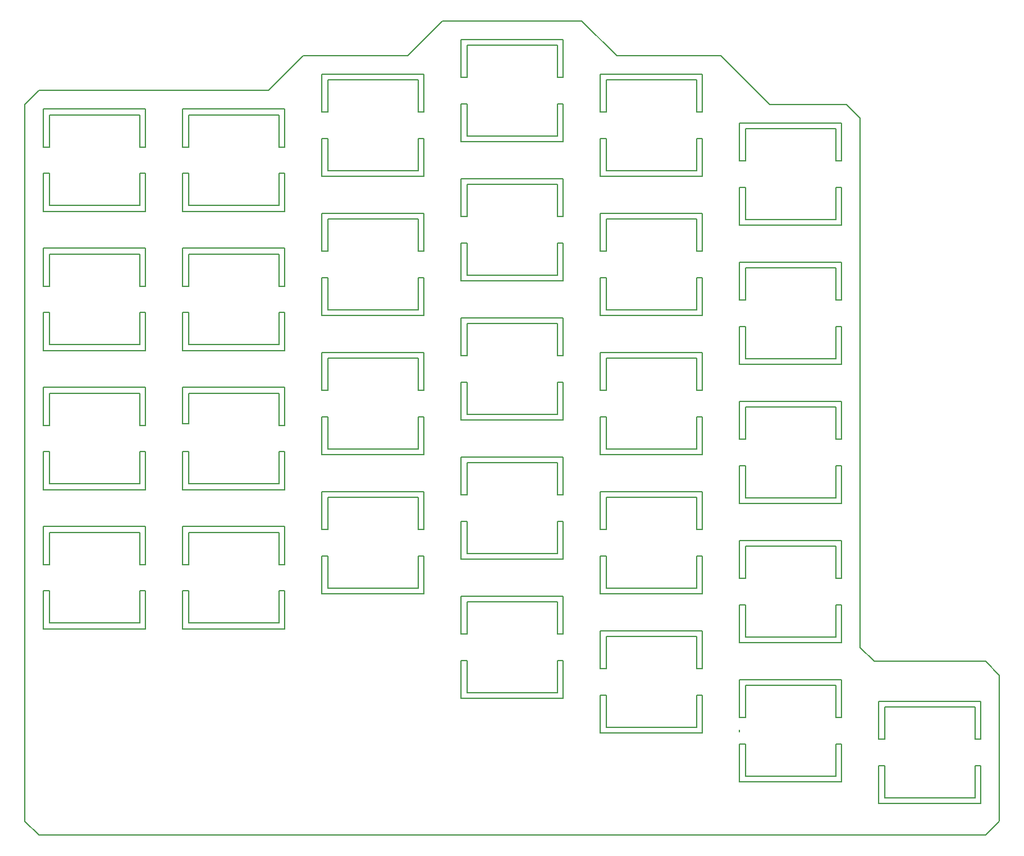
<source format=gm1>
G04 #@! TF.GenerationSoftware,KiCad,Pcbnew,(5.0.1)-3*
G04 #@! TF.CreationDate,2018-11-01T21:26:11+07:00*
G04 #@! TF.ProjectId,atreus_split,6174726575735F73706C69742E6B6963,rev?*
G04 #@! TF.SameCoordinates,Original*
G04 #@! TF.FileFunction,Profile,NP*
%FSLAX46Y46*%
G04 Gerber Fmt 4.6, Leading zero omitted, Abs format (unit mm)*
G04 Created by KiCad (PCBNEW (5.0.1)-3) date 01-Nov-18 21:26:11*
%MOMM*%
%LPD*%
G01*
G04 APERTURE LIST*
%ADD10C,0.150000*%
G04 APERTURE END LIST*
D10*
X161925000Y-108597700D02*
X161925000Y-128562100D01*
X142875000Y-32385000D02*
X142875000Y-104787700D01*
X126350000Y-109205000D02*
X126350000Y-114205000D01*
X139550000Y-114405000D02*
X140350000Y-114405000D01*
X139550000Y-110005000D02*
X139550000Y-114205000D01*
X139550000Y-114205000D02*
X139550000Y-114405000D01*
X140350000Y-114405000D02*
X140350000Y-114205000D01*
X140350000Y-114205000D02*
X140350000Y-109205000D01*
X140350000Y-109205000D02*
X126350000Y-109205000D01*
X127150000Y-110005000D02*
X139550000Y-110005000D01*
X140350000Y-118005000D02*
X139550000Y-118005000D01*
X140350000Y-123205000D02*
X126350000Y-123205000D01*
X140350000Y-118205000D02*
X140350000Y-123205000D01*
X139550000Y-118005000D02*
X139550000Y-122405000D01*
X126350000Y-123205000D02*
X126350000Y-118205000D01*
X140350000Y-118205000D02*
X140350000Y-118005000D01*
X127150000Y-118005000D02*
X126350000Y-118005000D01*
X127150000Y-122405000D02*
X127150000Y-118005000D01*
X126350000Y-118005000D02*
X126350000Y-118205000D01*
X139550000Y-122405000D02*
X127150000Y-122405000D01*
X127150000Y-114405000D02*
X127150000Y-114205000D01*
X126350000Y-114205000D02*
X126350000Y-114405000D01*
X127150000Y-114205000D02*
X127150000Y-110005000D01*
X126350000Y-114405000D02*
X127150000Y-114405000D01*
X50150000Y-78000000D02*
X50150000Y-83200000D01*
X50950000Y-78000000D02*
X50150000Y-78000000D01*
X50150000Y-74200000D02*
X50950000Y-74200000D01*
X145400000Y-120970000D02*
X145400000Y-121170000D01*
X146200000Y-125370000D02*
X146200000Y-120970000D01*
X145400000Y-126170000D02*
X145400000Y-121170000D01*
X159400000Y-126170000D02*
X145400000Y-126170000D01*
X158600000Y-117370000D02*
X159400000Y-117370000D01*
X159400000Y-117370000D02*
X159400000Y-117170000D01*
X158600000Y-125370000D02*
X146200000Y-125370000D01*
X158600000Y-117170000D02*
X158600000Y-117370000D01*
X159400000Y-117170000D02*
X159400000Y-112170000D01*
X146200000Y-117170000D02*
X146200000Y-112970000D01*
X159400000Y-112170000D02*
X145400000Y-112170000D01*
X158600000Y-112970000D02*
X158600000Y-117170000D01*
X145400000Y-112170000D02*
X145400000Y-117170000D01*
X146200000Y-112970000D02*
X158600000Y-112970000D01*
X146200000Y-120970000D02*
X145400000Y-120970000D01*
X145400000Y-117370000D02*
X146200000Y-117370000D01*
X145400000Y-117170000D02*
X145400000Y-117370000D01*
X146200000Y-117370000D02*
X146200000Y-117170000D01*
X159400000Y-120970000D02*
X158600000Y-120970000D01*
X159400000Y-121170000D02*
X159400000Y-126170000D01*
X159400000Y-121170000D02*
X159400000Y-120970000D01*
X158600000Y-120970000D02*
X158600000Y-125370000D01*
X126350000Y-116100000D02*
X126350000Y-116300000D01*
X126350000Y-98955000D02*
X126350000Y-99155000D01*
X127150000Y-103355000D02*
X127150000Y-98955000D01*
X126350000Y-104155000D02*
X126350000Y-99155000D01*
X140350000Y-104155000D02*
X126350000Y-104155000D01*
X139550000Y-95355000D02*
X140350000Y-95355000D01*
X140350000Y-95355000D02*
X140350000Y-95155000D01*
X139550000Y-103355000D02*
X127150000Y-103355000D01*
X139550000Y-95155000D02*
X139550000Y-95355000D01*
X140350000Y-95155000D02*
X140350000Y-90155000D01*
X127150000Y-95155000D02*
X127150000Y-90955000D01*
X140350000Y-90155000D02*
X126350000Y-90155000D01*
X139550000Y-90955000D02*
X139550000Y-95155000D01*
X126350000Y-90155000D02*
X126350000Y-95155000D01*
X127150000Y-90955000D02*
X139550000Y-90955000D01*
X127150000Y-98955000D02*
X126350000Y-98955000D01*
X126350000Y-95355000D02*
X127150000Y-95355000D01*
X126350000Y-95155000D02*
X126350000Y-95355000D01*
X127150000Y-95355000D02*
X127150000Y-95155000D01*
X140350000Y-98955000D02*
X139550000Y-98955000D01*
X140350000Y-99155000D02*
X140350000Y-104155000D01*
X140350000Y-99155000D02*
X140350000Y-98955000D01*
X139550000Y-98955000D02*
X139550000Y-103355000D01*
X107300000Y-111337500D02*
X107300000Y-111537500D01*
X108100000Y-115737500D02*
X108100000Y-111337500D01*
X107300000Y-116537500D02*
X107300000Y-111537500D01*
X121300000Y-116537500D02*
X107300000Y-116537500D01*
X120500000Y-107737500D02*
X121300000Y-107737500D01*
X121300000Y-107737500D02*
X121300000Y-107537500D01*
X120500000Y-115737500D02*
X108100000Y-115737500D01*
X120500000Y-107537500D02*
X120500000Y-107737500D01*
X121300000Y-107537500D02*
X121300000Y-102537500D01*
X108100000Y-107537500D02*
X108100000Y-103337500D01*
X121300000Y-102537500D02*
X107300000Y-102537500D01*
X120500000Y-103337500D02*
X120500000Y-107537500D01*
X107300000Y-102537500D02*
X107300000Y-107537500D01*
X108100000Y-103337500D02*
X120500000Y-103337500D01*
X108100000Y-111337500D02*
X107300000Y-111337500D01*
X107300000Y-107737500D02*
X108100000Y-107737500D01*
X107300000Y-107537500D02*
X107300000Y-107737500D01*
X108100000Y-107737500D02*
X108100000Y-107537500D01*
X121300000Y-111337500D02*
X120500000Y-111337500D01*
X121300000Y-111537500D02*
X121300000Y-116537500D01*
X121300000Y-111537500D02*
X121300000Y-111337500D01*
X120500000Y-111337500D02*
X120500000Y-115737500D01*
X88250000Y-106575000D02*
X88250000Y-106775000D01*
X89050000Y-110975000D02*
X89050000Y-106575000D01*
X88250000Y-111775000D02*
X88250000Y-106775000D01*
X102250000Y-111775000D02*
X88250000Y-111775000D01*
X101450000Y-102975000D02*
X102250000Y-102975000D01*
X102250000Y-102975000D02*
X102250000Y-102775000D01*
X101450000Y-110975000D02*
X89050000Y-110975000D01*
X101450000Y-102775000D02*
X101450000Y-102975000D01*
X102250000Y-102775000D02*
X102250000Y-97775000D01*
X89050000Y-102775000D02*
X89050000Y-98575000D01*
X102250000Y-97775000D02*
X88250000Y-97775000D01*
X101450000Y-98575000D02*
X101450000Y-102775000D01*
X88250000Y-97775000D02*
X88250000Y-102775000D01*
X89050000Y-98575000D02*
X101450000Y-98575000D01*
X89050000Y-106575000D02*
X88250000Y-106575000D01*
X88250000Y-102975000D02*
X89050000Y-102975000D01*
X88250000Y-102775000D02*
X88250000Y-102975000D01*
X89050000Y-102975000D02*
X89050000Y-102775000D01*
X102250000Y-106575000D02*
X101450000Y-106575000D01*
X102250000Y-106775000D02*
X102250000Y-111775000D01*
X102250000Y-106775000D02*
X102250000Y-106575000D01*
X101450000Y-106575000D02*
X101450000Y-110975000D01*
X31100000Y-97050000D02*
X31100000Y-97250000D01*
X31900000Y-101450000D02*
X31900000Y-97050000D01*
X31100000Y-102250000D02*
X31100000Y-97250000D01*
X45100000Y-102250000D02*
X31100000Y-102250000D01*
X44300000Y-93450000D02*
X45100000Y-93450000D01*
X45100000Y-93450000D02*
X45100000Y-93250000D01*
X44300000Y-101450000D02*
X31900000Y-101450000D01*
X44300000Y-93250000D02*
X44300000Y-93450000D01*
X45100000Y-93250000D02*
X45100000Y-88250000D01*
X31900000Y-93250000D02*
X31900000Y-89050000D01*
X45100000Y-88250000D02*
X31100000Y-88250000D01*
X44300000Y-89050000D02*
X44300000Y-93250000D01*
X31100000Y-88250000D02*
X31100000Y-93250000D01*
X31900000Y-89050000D02*
X44300000Y-89050000D01*
X31900000Y-97050000D02*
X31100000Y-97050000D01*
X31100000Y-93450000D02*
X31900000Y-93450000D01*
X31100000Y-93250000D02*
X31100000Y-93450000D01*
X31900000Y-93450000D02*
X31900000Y-93250000D01*
X45100000Y-97050000D02*
X44300000Y-97050000D01*
X45100000Y-97250000D02*
X45100000Y-102250000D01*
X45100000Y-97250000D02*
X45100000Y-97050000D01*
X44300000Y-97050000D02*
X44300000Y-101450000D01*
X50150000Y-97050000D02*
X50150000Y-97250000D01*
X50950000Y-101450000D02*
X50950000Y-97050000D01*
X50150000Y-102250000D02*
X50150000Y-97250000D01*
X64150000Y-102250000D02*
X50150000Y-102250000D01*
X63350000Y-93450000D02*
X64150000Y-93450000D01*
X64150000Y-93450000D02*
X64150000Y-93250000D01*
X63350000Y-101450000D02*
X50950000Y-101450000D01*
X63350000Y-93250000D02*
X63350000Y-93450000D01*
X64150000Y-93250000D02*
X64150000Y-88250000D01*
X50950000Y-93250000D02*
X50950000Y-89050000D01*
X64150000Y-88250000D02*
X50150000Y-88250000D01*
X63350000Y-89050000D02*
X63350000Y-93250000D01*
X50150000Y-88250000D02*
X50150000Y-93250000D01*
X50950000Y-89050000D02*
X63350000Y-89050000D01*
X50950000Y-97050000D02*
X50150000Y-97050000D01*
X50150000Y-93450000D02*
X50950000Y-93450000D01*
X50150000Y-93250000D02*
X50150000Y-93450000D01*
X50950000Y-93450000D02*
X50950000Y-93250000D01*
X64150000Y-97050000D02*
X63350000Y-97050000D01*
X64150000Y-97250000D02*
X64150000Y-102250000D01*
X64150000Y-97250000D02*
X64150000Y-97050000D01*
X63350000Y-97050000D02*
X63350000Y-101450000D01*
X69200000Y-92287500D02*
X69200000Y-92487500D01*
X70000000Y-96687500D02*
X70000000Y-92287500D01*
X69200000Y-97487500D02*
X69200000Y-92487500D01*
X83200000Y-97487500D02*
X69200000Y-97487500D01*
X82400000Y-88687500D02*
X83200000Y-88687500D01*
X83200000Y-88687500D02*
X83200000Y-88487500D01*
X82400000Y-96687500D02*
X70000000Y-96687500D01*
X82400000Y-88487500D02*
X82400000Y-88687500D01*
X83200000Y-88487500D02*
X83200000Y-83487500D01*
X70000000Y-88487500D02*
X70000000Y-84287500D01*
X83200000Y-83487500D02*
X69200000Y-83487500D01*
X82400000Y-84287500D02*
X82400000Y-88487500D01*
X69200000Y-83487500D02*
X69200000Y-88487500D01*
X70000000Y-84287500D02*
X82400000Y-84287500D01*
X70000000Y-92287500D02*
X69200000Y-92287500D01*
X69200000Y-88687500D02*
X70000000Y-88687500D01*
X69200000Y-88487500D02*
X69200000Y-88687500D01*
X70000000Y-88687500D02*
X70000000Y-88487500D01*
X83200000Y-92287500D02*
X82400000Y-92287500D01*
X83200000Y-92487500D02*
X83200000Y-97487500D01*
X83200000Y-92487500D02*
X83200000Y-92287500D01*
X82400000Y-92287500D02*
X82400000Y-96687500D01*
X88250000Y-87525000D02*
X88250000Y-87725000D01*
X89050000Y-91925000D02*
X89050000Y-87525000D01*
X88250000Y-92725000D02*
X88250000Y-87725000D01*
X102250000Y-92725000D02*
X88250000Y-92725000D01*
X101450000Y-83925000D02*
X102250000Y-83925000D01*
X102250000Y-83925000D02*
X102250000Y-83725000D01*
X101450000Y-91925000D02*
X89050000Y-91925000D01*
X101450000Y-83725000D02*
X101450000Y-83925000D01*
X102250000Y-83725000D02*
X102250000Y-78725000D01*
X89050000Y-83725000D02*
X89050000Y-79525000D01*
X102250000Y-78725000D02*
X88250000Y-78725000D01*
X101450000Y-79525000D02*
X101450000Y-83725000D01*
X88250000Y-78725000D02*
X88250000Y-83725000D01*
X89050000Y-79525000D02*
X101450000Y-79525000D01*
X89050000Y-87525000D02*
X88250000Y-87525000D01*
X88250000Y-83925000D02*
X89050000Y-83925000D01*
X88250000Y-83725000D02*
X88250000Y-83925000D01*
X89050000Y-83925000D02*
X89050000Y-83725000D01*
X102250000Y-87525000D02*
X101450000Y-87525000D01*
X102250000Y-87725000D02*
X102250000Y-92725000D01*
X102250000Y-87725000D02*
X102250000Y-87525000D01*
X101450000Y-87525000D02*
X101450000Y-91925000D01*
X107300000Y-92287500D02*
X107300000Y-92487500D01*
X108100000Y-96687500D02*
X108100000Y-92287500D01*
X107300000Y-97487500D02*
X107300000Y-92487500D01*
X121300000Y-97487500D02*
X107300000Y-97487500D01*
X120500000Y-88687500D02*
X121300000Y-88687500D01*
X121300000Y-88687500D02*
X121300000Y-88487500D01*
X120500000Y-96687500D02*
X108100000Y-96687500D01*
X120500000Y-88487500D02*
X120500000Y-88687500D01*
X121300000Y-88487500D02*
X121300000Y-83487500D01*
X108100000Y-88487500D02*
X108100000Y-84287500D01*
X121300000Y-83487500D02*
X107300000Y-83487500D01*
X120500000Y-84287500D02*
X120500000Y-88487500D01*
X107300000Y-83487500D02*
X107300000Y-88487500D01*
X108100000Y-84287500D02*
X120500000Y-84287500D01*
X108100000Y-92287500D02*
X107300000Y-92287500D01*
X107300000Y-88687500D02*
X108100000Y-88687500D01*
X107300000Y-88487500D02*
X107300000Y-88687500D01*
X108100000Y-88687500D02*
X108100000Y-88487500D01*
X121300000Y-92287500D02*
X120500000Y-92287500D01*
X121300000Y-92487500D02*
X121300000Y-97487500D01*
X121300000Y-92487500D02*
X121300000Y-92287500D01*
X120500000Y-92287500D02*
X120500000Y-96687500D01*
X126350000Y-79905000D02*
X126350000Y-80105000D01*
X127150000Y-84305000D02*
X127150000Y-79905000D01*
X126350000Y-85105000D02*
X126350000Y-80105000D01*
X140350000Y-85105000D02*
X126350000Y-85105000D01*
X139550000Y-76305000D02*
X140350000Y-76305000D01*
X140350000Y-76305000D02*
X140350000Y-76105000D01*
X139550000Y-84305000D02*
X127150000Y-84305000D01*
X139550000Y-76105000D02*
X139550000Y-76305000D01*
X140350000Y-76105000D02*
X140350000Y-71105000D01*
X127150000Y-76105000D02*
X127150000Y-71905000D01*
X140350000Y-71105000D02*
X126350000Y-71105000D01*
X139550000Y-71905000D02*
X139550000Y-76105000D01*
X126350000Y-71105000D02*
X126350000Y-76105000D01*
X127150000Y-71905000D02*
X139550000Y-71905000D01*
X127150000Y-79905000D02*
X126350000Y-79905000D01*
X126350000Y-76305000D02*
X127150000Y-76305000D01*
X126350000Y-76105000D02*
X126350000Y-76305000D01*
X127150000Y-76305000D02*
X127150000Y-76105000D01*
X140350000Y-79905000D02*
X139550000Y-79905000D01*
X140350000Y-80105000D02*
X140350000Y-85105000D01*
X140350000Y-80105000D02*
X140350000Y-79905000D01*
X139550000Y-79905000D02*
X139550000Y-84305000D01*
X126350000Y-60855000D02*
X126350000Y-61055000D01*
X127150000Y-65255000D02*
X127150000Y-60855000D01*
X126350000Y-66055000D02*
X126350000Y-61055000D01*
X140350000Y-66055000D02*
X126350000Y-66055000D01*
X139550000Y-57255000D02*
X140350000Y-57255000D01*
X140350000Y-57255000D02*
X140350000Y-57055000D01*
X139550000Y-65255000D02*
X127150000Y-65255000D01*
X139550000Y-57055000D02*
X139550000Y-57255000D01*
X140350000Y-57055000D02*
X140350000Y-52055000D01*
X127150000Y-57055000D02*
X127150000Y-52855000D01*
X140350000Y-52055000D02*
X126350000Y-52055000D01*
X139550000Y-52855000D02*
X139550000Y-57055000D01*
X126350000Y-52055000D02*
X126350000Y-57055000D01*
X127150000Y-52855000D02*
X139550000Y-52855000D01*
X127150000Y-60855000D02*
X126350000Y-60855000D01*
X126350000Y-57255000D02*
X127150000Y-57255000D01*
X126350000Y-57055000D02*
X126350000Y-57255000D01*
X127150000Y-57255000D02*
X127150000Y-57055000D01*
X140350000Y-60855000D02*
X139550000Y-60855000D01*
X140350000Y-61055000D02*
X140350000Y-66055000D01*
X140350000Y-61055000D02*
X140350000Y-60855000D01*
X139550000Y-60855000D02*
X139550000Y-65255000D01*
X107300000Y-73237500D02*
X107300000Y-73437500D01*
X108100000Y-77637500D02*
X108100000Y-73237500D01*
X107300000Y-78437500D02*
X107300000Y-73437500D01*
X121300000Y-78437500D02*
X107300000Y-78437500D01*
X120500000Y-69637500D02*
X121300000Y-69637500D01*
X121300000Y-69637500D02*
X121300000Y-69437500D01*
X120500000Y-77637500D02*
X108100000Y-77637500D01*
X120500000Y-69437500D02*
X120500000Y-69637500D01*
X121300000Y-69437500D02*
X121300000Y-64437500D01*
X108100000Y-69437500D02*
X108100000Y-65237500D01*
X121300000Y-64437500D02*
X107300000Y-64437500D01*
X120500000Y-65237500D02*
X120500000Y-69437500D01*
X107300000Y-64437500D02*
X107300000Y-69437500D01*
X108100000Y-65237500D02*
X120500000Y-65237500D01*
X108100000Y-73237500D02*
X107300000Y-73237500D01*
X107300000Y-69637500D02*
X108100000Y-69637500D01*
X107300000Y-69437500D02*
X107300000Y-69637500D01*
X108100000Y-69637500D02*
X108100000Y-69437500D01*
X121300000Y-73237500D02*
X120500000Y-73237500D01*
X121300000Y-73437500D02*
X121300000Y-78437500D01*
X121300000Y-73437500D02*
X121300000Y-73237500D01*
X120500000Y-73237500D02*
X120500000Y-77637500D01*
X88250000Y-68475000D02*
X88250000Y-68675000D01*
X89050000Y-72875000D02*
X89050000Y-68475000D01*
X88250000Y-73675000D02*
X88250000Y-68675000D01*
X102250000Y-73675000D02*
X88250000Y-73675000D01*
X101450000Y-64875000D02*
X102250000Y-64875000D01*
X102250000Y-64875000D02*
X102250000Y-64675000D01*
X101450000Y-72875000D02*
X89050000Y-72875000D01*
X101450000Y-64675000D02*
X101450000Y-64875000D01*
X102250000Y-64675000D02*
X102250000Y-59675000D01*
X89050000Y-64675000D02*
X89050000Y-60475000D01*
X102250000Y-59675000D02*
X88250000Y-59675000D01*
X101450000Y-60475000D02*
X101450000Y-64675000D01*
X88250000Y-59675000D02*
X88250000Y-64675000D01*
X89050000Y-60475000D02*
X101450000Y-60475000D01*
X89050000Y-68475000D02*
X88250000Y-68475000D01*
X88250000Y-64875000D02*
X89050000Y-64875000D01*
X88250000Y-64675000D02*
X88250000Y-64875000D01*
X89050000Y-64875000D02*
X89050000Y-64675000D01*
X102250000Y-68475000D02*
X101450000Y-68475000D01*
X102250000Y-68675000D02*
X102250000Y-73675000D01*
X102250000Y-68675000D02*
X102250000Y-68475000D01*
X101450000Y-68475000D02*
X101450000Y-72875000D01*
X69200000Y-73237500D02*
X69200000Y-73437500D01*
X70000000Y-77637500D02*
X70000000Y-73237500D01*
X69200000Y-78437500D02*
X69200000Y-73437500D01*
X83200000Y-78437500D02*
X69200000Y-78437500D01*
X82400000Y-69637500D02*
X83200000Y-69637500D01*
X83200000Y-69637500D02*
X83200000Y-69437500D01*
X82400000Y-77637500D02*
X70000000Y-77637500D01*
X82400000Y-69437500D02*
X82400000Y-69637500D01*
X83200000Y-69437500D02*
X83200000Y-64437500D01*
X70000000Y-69437500D02*
X70000000Y-65237500D01*
X83200000Y-64437500D02*
X69200000Y-64437500D01*
X82400000Y-65237500D02*
X82400000Y-69437500D01*
X69200000Y-64437500D02*
X69200000Y-69437500D01*
X70000000Y-65237500D02*
X82400000Y-65237500D01*
X70000000Y-73237500D02*
X69200000Y-73237500D01*
X69200000Y-69637500D02*
X70000000Y-69637500D01*
X69200000Y-69437500D02*
X69200000Y-69637500D01*
X70000000Y-69637500D02*
X70000000Y-69437500D01*
X83200000Y-73237500D02*
X82400000Y-73237500D01*
X83200000Y-73437500D02*
X83200000Y-78437500D01*
X83200000Y-73437500D02*
X83200000Y-73237500D01*
X82400000Y-73237500D02*
X82400000Y-77637500D01*
X50950000Y-82400000D02*
X50950000Y-78000000D01*
X64150000Y-83200000D02*
X50150000Y-83200000D01*
X63350000Y-74400000D02*
X64150000Y-74400000D01*
X64150000Y-74400000D02*
X64150000Y-74200000D01*
X63350000Y-82400000D02*
X50950000Y-82400000D01*
X63350000Y-74200000D02*
X63350000Y-74400000D01*
X64150000Y-74200000D02*
X64150000Y-69200000D01*
X50950000Y-74200000D02*
X50950000Y-70000000D01*
X64150000Y-69200000D02*
X50150000Y-69200000D01*
X63350000Y-70000000D02*
X63350000Y-74200000D01*
X50150000Y-69200000D02*
X50150000Y-74200000D01*
X50950000Y-70000000D02*
X63350000Y-70000000D01*
X64150000Y-78000000D02*
X63350000Y-78000000D01*
X64150000Y-78200000D02*
X64150000Y-83200000D01*
X64150000Y-78200000D02*
X64150000Y-78000000D01*
X63350000Y-78000000D02*
X63350000Y-82400000D01*
X31100000Y-78000000D02*
X31100000Y-78200000D01*
X31900000Y-82400000D02*
X31900000Y-78000000D01*
X31100000Y-83200000D02*
X31100000Y-78200000D01*
X45100000Y-83200000D02*
X31100000Y-83200000D01*
X44300000Y-74400000D02*
X45100000Y-74400000D01*
X45100000Y-74400000D02*
X45100000Y-74200000D01*
X44300000Y-82400000D02*
X31900000Y-82400000D01*
X44300000Y-74200000D02*
X44300000Y-74400000D01*
X45100000Y-74200000D02*
X45100000Y-69200000D01*
X31900000Y-74200000D02*
X31900000Y-70000000D01*
X45100000Y-69200000D02*
X31100000Y-69200000D01*
X44300000Y-70000000D02*
X44300000Y-74200000D01*
X31100000Y-69200000D02*
X31100000Y-74200000D01*
X31900000Y-70000000D02*
X44300000Y-70000000D01*
X31900000Y-78000000D02*
X31100000Y-78000000D01*
X31100000Y-74400000D02*
X31900000Y-74400000D01*
X31100000Y-74200000D02*
X31100000Y-74400000D01*
X31900000Y-74400000D02*
X31900000Y-74200000D01*
X45100000Y-78000000D02*
X44300000Y-78000000D01*
X45100000Y-78200000D02*
X45100000Y-83200000D01*
X45100000Y-78200000D02*
X45100000Y-78000000D01*
X44300000Y-78000000D02*
X44300000Y-82400000D01*
X31100000Y-58950000D02*
X31100000Y-59150000D01*
X31900000Y-63350000D02*
X31900000Y-58950000D01*
X31100000Y-64150000D02*
X31100000Y-59150000D01*
X45100000Y-64150000D02*
X31100000Y-64150000D01*
X44300000Y-55350000D02*
X45100000Y-55350000D01*
X45100000Y-55350000D02*
X45100000Y-55150000D01*
X44300000Y-63350000D02*
X31900000Y-63350000D01*
X44300000Y-55150000D02*
X44300000Y-55350000D01*
X45100000Y-55150000D02*
X45100000Y-50150000D01*
X31900000Y-55150000D02*
X31900000Y-50950000D01*
X45100000Y-50150000D02*
X31100000Y-50150000D01*
X44300000Y-50950000D02*
X44300000Y-55150000D01*
X31100000Y-50150000D02*
X31100000Y-55150000D01*
X31900000Y-50950000D02*
X44300000Y-50950000D01*
X31900000Y-58950000D02*
X31100000Y-58950000D01*
X31100000Y-55350000D02*
X31900000Y-55350000D01*
X31100000Y-55150000D02*
X31100000Y-55350000D01*
X31900000Y-55350000D02*
X31900000Y-55150000D01*
X45100000Y-58950000D02*
X44300000Y-58950000D01*
X45100000Y-59150000D02*
X45100000Y-64150000D01*
X45100000Y-59150000D02*
X45100000Y-58950000D01*
X44300000Y-58950000D02*
X44300000Y-63350000D01*
X50150000Y-58950000D02*
X50150000Y-59150000D01*
X50950000Y-63350000D02*
X50950000Y-58950000D01*
X50150000Y-64150000D02*
X50150000Y-59150000D01*
X64150000Y-64150000D02*
X50150000Y-64150000D01*
X63350000Y-55350000D02*
X64150000Y-55350000D01*
X64150000Y-55350000D02*
X64150000Y-55150000D01*
X63350000Y-63350000D02*
X50950000Y-63350000D01*
X63350000Y-55150000D02*
X63350000Y-55350000D01*
X64150000Y-55150000D02*
X64150000Y-50150000D01*
X50950000Y-55150000D02*
X50950000Y-50950000D01*
X64150000Y-50150000D02*
X50150000Y-50150000D01*
X63350000Y-50950000D02*
X63350000Y-55150000D01*
X50150000Y-50150000D02*
X50150000Y-55150000D01*
X50950000Y-50950000D02*
X63350000Y-50950000D01*
X50950000Y-58950000D02*
X50150000Y-58950000D01*
X50150000Y-55350000D02*
X50950000Y-55350000D01*
X50150000Y-55150000D02*
X50150000Y-55350000D01*
X50950000Y-55350000D02*
X50950000Y-55150000D01*
X64150000Y-58950000D02*
X63350000Y-58950000D01*
X64150000Y-59150000D02*
X64150000Y-64150000D01*
X64150000Y-59150000D02*
X64150000Y-58950000D01*
X63350000Y-58950000D02*
X63350000Y-63350000D01*
X69200000Y-54187500D02*
X69200000Y-54387500D01*
X70000000Y-58587500D02*
X70000000Y-54187500D01*
X69200000Y-59387500D02*
X69200000Y-54387500D01*
X83200000Y-59387500D02*
X69200000Y-59387500D01*
X82400000Y-50587500D02*
X83200000Y-50587500D01*
X83200000Y-50587500D02*
X83200000Y-50387500D01*
X82400000Y-58587500D02*
X70000000Y-58587500D01*
X82400000Y-50387500D02*
X82400000Y-50587500D01*
X83200000Y-50387500D02*
X83200000Y-45387500D01*
X70000000Y-50387500D02*
X70000000Y-46187500D01*
X83200000Y-45387500D02*
X69200000Y-45387500D01*
X82400000Y-46187500D02*
X82400000Y-50387500D01*
X69200000Y-45387500D02*
X69200000Y-50387500D01*
X70000000Y-46187500D02*
X82400000Y-46187500D01*
X70000000Y-54187500D02*
X69200000Y-54187500D01*
X69200000Y-50587500D02*
X70000000Y-50587500D01*
X69200000Y-50387500D02*
X69200000Y-50587500D01*
X70000000Y-50587500D02*
X70000000Y-50387500D01*
X83200000Y-54187500D02*
X82400000Y-54187500D01*
X83200000Y-54387500D02*
X83200000Y-59387500D01*
X83200000Y-54387500D02*
X83200000Y-54187500D01*
X82400000Y-54187500D02*
X82400000Y-58587500D01*
X88250000Y-49425000D02*
X88250000Y-49625000D01*
X89050000Y-53825000D02*
X89050000Y-49425000D01*
X88250000Y-54625000D02*
X88250000Y-49625000D01*
X102250000Y-54625000D02*
X88250000Y-54625000D01*
X101450000Y-45825000D02*
X102250000Y-45825000D01*
X102250000Y-45825000D02*
X102250000Y-45625000D01*
X101450000Y-53825000D02*
X89050000Y-53825000D01*
X101450000Y-45625000D02*
X101450000Y-45825000D01*
X102250000Y-45625000D02*
X102250000Y-40625000D01*
X89050000Y-45625000D02*
X89050000Y-41425000D01*
X102250000Y-40625000D02*
X88250000Y-40625000D01*
X101450000Y-41425000D02*
X101450000Y-45625000D01*
X88250000Y-40625000D02*
X88250000Y-45625000D01*
X89050000Y-41425000D02*
X101450000Y-41425000D01*
X89050000Y-49425000D02*
X88250000Y-49425000D01*
X88250000Y-45825000D02*
X89050000Y-45825000D01*
X88250000Y-45625000D02*
X88250000Y-45825000D01*
X89050000Y-45825000D02*
X89050000Y-45625000D01*
X102250000Y-49425000D02*
X101450000Y-49425000D01*
X102250000Y-49625000D02*
X102250000Y-54625000D01*
X102250000Y-49625000D02*
X102250000Y-49425000D01*
X101450000Y-49425000D02*
X101450000Y-53825000D01*
X107300000Y-54187500D02*
X107300000Y-54387500D01*
X108100000Y-58587500D02*
X108100000Y-54187500D01*
X107300000Y-59387500D02*
X107300000Y-54387500D01*
X121300000Y-59387500D02*
X107300000Y-59387500D01*
X120500000Y-50587500D02*
X121300000Y-50587500D01*
X121300000Y-50587500D02*
X121300000Y-50387500D01*
X120500000Y-58587500D02*
X108100000Y-58587500D01*
X120500000Y-50387500D02*
X120500000Y-50587500D01*
X121300000Y-50387500D02*
X121300000Y-45387500D01*
X108100000Y-50387500D02*
X108100000Y-46187500D01*
X121300000Y-45387500D02*
X107300000Y-45387500D01*
X120500000Y-46187500D02*
X120500000Y-50387500D01*
X107300000Y-45387500D02*
X107300000Y-50387500D01*
X108100000Y-46187500D02*
X120500000Y-46187500D01*
X108100000Y-54187500D02*
X107300000Y-54187500D01*
X107300000Y-50587500D02*
X108100000Y-50587500D01*
X107300000Y-50387500D02*
X107300000Y-50587500D01*
X108100000Y-50587500D02*
X108100000Y-50387500D01*
X121300000Y-54187500D02*
X120500000Y-54187500D01*
X121300000Y-54387500D02*
X121300000Y-59387500D01*
X121300000Y-54387500D02*
X121300000Y-54187500D01*
X120500000Y-54187500D02*
X120500000Y-58587500D01*
X126350000Y-41805000D02*
X126350000Y-42005000D01*
X127150000Y-46205000D02*
X127150000Y-41805000D01*
X126350000Y-47005000D02*
X126350000Y-42005000D01*
X140350000Y-47005000D02*
X126350000Y-47005000D01*
X139550000Y-38205000D02*
X140350000Y-38205000D01*
X140350000Y-38205000D02*
X140350000Y-38005000D01*
X139550000Y-46205000D02*
X127150000Y-46205000D01*
X139550000Y-38005000D02*
X139550000Y-38205000D01*
X140350000Y-38005000D02*
X140350000Y-33005000D01*
X127150000Y-38005000D02*
X127150000Y-33805000D01*
X140350000Y-33005000D02*
X126350000Y-33005000D01*
X139550000Y-33805000D02*
X139550000Y-38005000D01*
X126350000Y-33005000D02*
X126350000Y-38005000D01*
X127150000Y-33805000D02*
X139550000Y-33805000D01*
X127150000Y-41805000D02*
X126350000Y-41805000D01*
X126350000Y-38205000D02*
X127150000Y-38205000D01*
X126350000Y-38005000D02*
X126350000Y-38205000D01*
X127150000Y-38205000D02*
X127150000Y-38005000D01*
X140350000Y-41805000D02*
X139550000Y-41805000D01*
X140350000Y-42005000D02*
X140350000Y-47005000D01*
X140350000Y-42005000D02*
X140350000Y-41805000D01*
X139550000Y-41805000D02*
X139550000Y-46205000D01*
X107300000Y-35137500D02*
X107300000Y-35337500D01*
X108100000Y-39537500D02*
X108100000Y-35137500D01*
X107300000Y-40337500D02*
X107300000Y-35337500D01*
X121300000Y-40337500D02*
X107300000Y-40337500D01*
X120500000Y-31537500D02*
X121300000Y-31537500D01*
X121300000Y-31537500D02*
X121300000Y-31337500D01*
X120500000Y-39537500D02*
X108100000Y-39537500D01*
X120500000Y-31337500D02*
X120500000Y-31537500D01*
X121300000Y-31337500D02*
X121300000Y-26337500D01*
X108100000Y-31337500D02*
X108100000Y-27137500D01*
X121300000Y-26337500D02*
X107300000Y-26337500D01*
X120500000Y-27137500D02*
X120500000Y-31337500D01*
X107300000Y-26337500D02*
X107300000Y-31337500D01*
X108100000Y-27137500D02*
X120500000Y-27137500D01*
X108100000Y-35137500D02*
X107300000Y-35137500D01*
X107300000Y-31537500D02*
X108100000Y-31537500D01*
X107300000Y-31337500D02*
X107300000Y-31537500D01*
X108100000Y-31537500D02*
X108100000Y-31337500D01*
X121300000Y-35137500D02*
X120500000Y-35137500D01*
X121300000Y-35337500D02*
X121300000Y-40337500D01*
X121300000Y-35337500D02*
X121300000Y-35137500D01*
X120500000Y-35137500D02*
X120500000Y-39537500D01*
X88250000Y-30375000D02*
X88250000Y-30575000D01*
X89050000Y-34775000D02*
X89050000Y-30375000D01*
X88250000Y-35575000D02*
X88250000Y-30575000D01*
X102250000Y-35575000D02*
X88250000Y-35575000D01*
X101450000Y-26775000D02*
X102250000Y-26775000D01*
X102250000Y-26775000D02*
X102250000Y-26575000D01*
X101450000Y-34775000D02*
X89050000Y-34775000D01*
X101450000Y-26575000D02*
X101450000Y-26775000D01*
X102250000Y-26575000D02*
X102250000Y-21575000D01*
X89050000Y-26575000D02*
X89050000Y-22375000D01*
X102250000Y-21575000D02*
X88250000Y-21575000D01*
X101450000Y-22375000D02*
X101450000Y-26575000D01*
X88250000Y-21575000D02*
X88250000Y-26575000D01*
X89050000Y-22375000D02*
X101450000Y-22375000D01*
X89050000Y-30375000D02*
X88250000Y-30375000D01*
X88250000Y-26775000D02*
X89050000Y-26775000D01*
X88250000Y-26575000D02*
X88250000Y-26775000D01*
X89050000Y-26775000D02*
X89050000Y-26575000D01*
X102250000Y-30375000D02*
X101450000Y-30375000D01*
X102250000Y-30575000D02*
X102250000Y-35575000D01*
X102250000Y-30575000D02*
X102250000Y-30375000D01*
X101450000Y-30375000D02*
X101450000Y-34775000D01*
X83200000Y-35137500D02*
X82400000Y-35137500D01*
X82400000Y-35137500D02*
X82400000Y-39537500D01*
X83200000Y-35337500D02*
X83200000Y-35137500D01*
X83200000Y-35337500D02*
X83200000Y-40337500D01*
X69200000Y-31537500D02*
X70000000Y-31537500D01*
X69200000Y-31337500D02*
X69200000Y-31537500D01*
X70000000Y-31537500D02*
X70000000Y-31337500D01*
X70000000Y-35137500D02*
X69200000Y-35137500D01*
X82400000Y-39537500D02*
X70000000Y-39537500D01*
X69200000Y-35137500D02*
X69200000Y-35337500D01*
X70000000Y-39537500D02*
X70000000Y-35137500D01*
X83200000Y-40337500D02*
X69200000Y-40337500D01*
X69200000Y-40337500D02*
X69200000Y-35337500D01*
X69200000Y-26337500D02*
X69200000Y-31337500D01*
X70000000Y-27137500D02*
X82400000Y-27137500D01*
X83200000Y-26337500D02*
X69200000Y-26337500D01*
X70000000Y-31337500D02*
X70000000Y-27137500D01*
X83200000Y-31537500D02*
X83200000Y-31337500D01*
X82400000Y-31537500D02*
X83200000Y-31537500D01*
X82400000Y-27137500D02*
X82400000Y-31337500D01*
X83200000Y-31337500D02*
X83200000Y-26337500D01*
X82400000Y-31337500D02*
X82400000Y-31537500D01*
X64150000Y-39900000D02*
X63350000Y-39900000D01*
X63350000Y-39900000D02*
X63350000Y-44300000D01*
X64150000Y-40100000D02*
X64150000Y-39900000D01*
X64150000Y-40100000D02*
X64150000Y-45100000D01*
X50150000Y-36300000D02*
X50950000Y-36300000D01*
X50150000Y-36100000D02*
X50150000Y-36300000D01*
X50950000Y-36300000D02*
X50950000Y-36100000D01*
X50950000Y-39900000D02*
X50150000Y-39900000D01*
X63350000Y-44300000D02*
X50950000Y-44300000D01*
X50150000Y-39900000D02*
X50150000Y-40100000D01*
X50950000Y-44300000D02*
X50950000Y-39900000D01*
X64150000Y-45100000D02*
X50150000Y-45100000D01*
X50150000Y-45100000D02*
X50150000Y-40100000D01*
X50150000Y-31100000D02*
X50150000Y-36100000D01*
X50950000Y-31900000D02*
X63350000Y-31900000D01*
X64150000Y-31100000D02*
X50150000Y-31100000D01*
X50950000Y-36100000D02*
X50950000Y-31900000D01*
X64150000Y-36300000D02*
X64150000Y-36100000D01*
X63350000Y-36300000D02*
X64150000Y-36300000D01*
X63350000Y-31900000D02*
X63350000Y-36100000D01*
X64150000Y-36100000D02*
X64150000Y-31100000D01*
X63350000Y-36100000D02*
X63350000Y-36300000D01*
X31100000Y-39900000D02*
X31100000Y-40100000D01*
X31900000Y-39900000D02*
X31100000Y-39900000D01*
X31900000Y-44300000D02*
X31900000Y-39900000D01*
X44300000Y-44300000D02*
X31900000Y-44300000D01*
X44300000Y-39900000D02*
X44300000Y-44300000D01*
X45100000Y-39900000D02*
X44300000Y-39900000D01*
X45100000Y-40100000D02*
X45100000Y-39900000D01*
X45100000Y-36300000D02*
X45100000Y-36100000D01*
X44300000Y-36300000D02*
X45100000Y-36300000D01*
X44300000Y-36100000D02*
X44300000Y-36300000D01*
X31900000Y-36300000D02*
X31900000Y-36100000D01*
X31100000Y-36300000D02*
X31900000Y-36300000D01*
X31100000Y-36100000D02*
X31100000Y-36300000D01*
X44300000Y-31900000D02*
X44300000Y-36100000D01*
X31900000Y-31900000D02*
X44300000Y-31900000D01*
X31900000Y-36100000D02*
X31900000Y-31900000D01*
X160020000Y-130492500D02*
X161925000Y-128587500D01*
X30480000Y-130492500D02*
X160020000Y-130492500D01*
X28575000Y-128587500D02*
X30480000Y-130492500D01*
X28575000Y-30480000D02*
X28575000Y-128587500D01*
X45100000Y-45100000D02*
X31100000Y-45100000D01*
X45100000Y-40100000D02*
X45100000Y-45100000D01*
X31100000Y-45100000D02*
X31100000Y-40100000D01*
X45100000Y-31100000D02*
X31100000Y-31100000D01*
X45100000Y-36100000D02*
X45100000Y-31100000D01*
X31100000Y-31100000D02*
X31100000Y-36100000D01*
X144780000Y-106692700D02*
X160020000Y-106692700D01*
X130492500Y-30480000D02*
X140970000Y-30480000D01*
X109537500Y-23812500D02*
X123825000Y-23812500D01*
X66675000Y-23812500D02*
X80962500Y-23812500D01*
X30480000Y-28575000D02*
X61912500Y-28575000D01*
X160020000Y-106692700D02*
X161925000Y-108597700D01*
X142875000Y-104787700D02*
X144780000Y-106692700D01*
X30480000Y-28575000D02*
X28575000Y-30480000D01*
X66675000Y-23812500D02*
X61912500Y-28575000D01*
X140970000Y-30480000D02*
X142875000Y-32385000D01*
X123825000Y-23812500D02*
X130492500Y-30480000D01*
X104775000Y-19050000D02*
X109537500Y-23812500D01*
X85725000Y-19050000D02*
X80962500Y-23812500D01*
X85725000Y-19050000D02*
X104775000Y-19050000D01*
M02*

</source>
